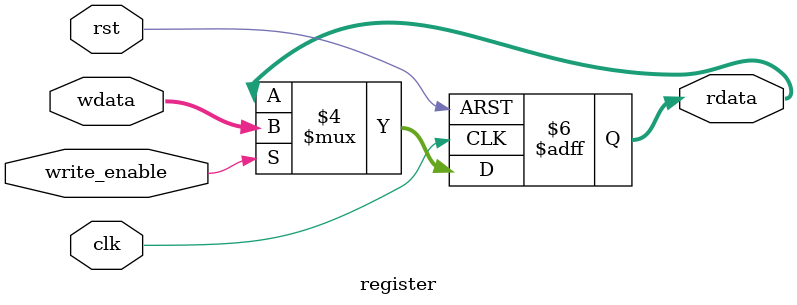
<source format=v>
module register(clk, rst, write_enable, wdata, rdata);

 input write_enable, clk, rst;
 input [31:0] wdata;
 output reg [31:0] rdata;

 always @(posedge(clk), negedge(rst))
 begin
  if(!rst)
   rdata <=  {32{1'b0}};
  else if(write_enable)
   rdata <= wdata;
  else
   rdata <= rdata;
 end
endmodule

</source>
